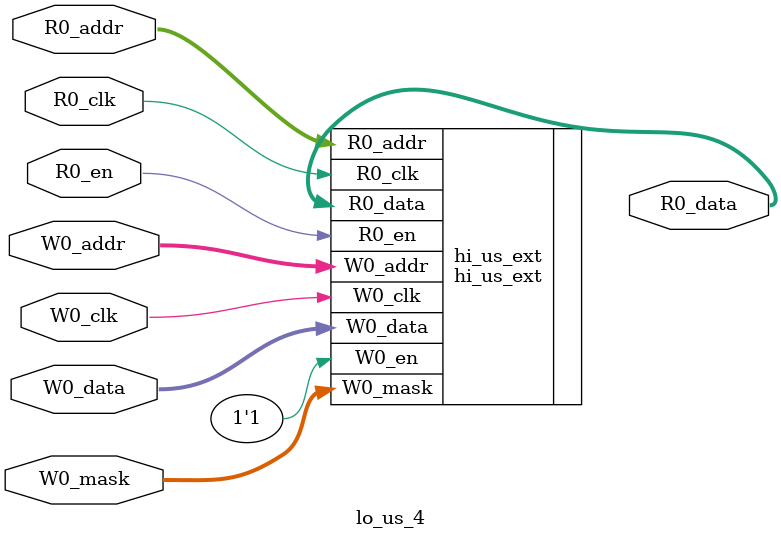
<source format=sv>
`ifndef RANDOMIZE
  `ifdef RANDOMIZE_REG_INIT
    `define RANDOMIZE
  `endif // RANDOMIZE_REG_INIT
`endif // not def RANDOMIZE
`ifndef RANDOMIZE
  `ifdef RANDOMIZE_MEM_INIT
    `define RANDOMIZE
  `endif // RANDOMIZE_MEM_INIT
`endif // not def RANDOMIZE

`ifndef RANDOM
  `define RANDOM $random
`endif // not def RANDOM

// Users can define 'PRINTF_COND' to add an extra gate to prints.
`ifndef PRINTF_COND_
  `ifdef PRINTF_COND
    `define PRINTF_COND_ (`PRINTF_COND)
  `else  // PRINTF_COND
    `define PRINTF_COND_ 1
  `endif // PRINTF_COND
`endif // not def PRINTF_COND_

// Users can define 'ASSERT_VERBOSE_COND' to add an extra gate to assert error printing.
`ifndef ASSERT_VERBOSE_COND_
  `ifdef ASSERT_VERBOSE_COND
    `define ASSERT_VERBOSE_COND_ (`ASSERT_VERBOSE_COND)
  `else  // ASSERT_VERBOSE_COND
    `define ASSERT_VERBOSE_COND_ 1
  `endif // ASSERT_VERBOSE_COND
`endif // not def ASSERT_VERBOSE_COND_

// Users can define 'STOP_COND' to add an extra gate to stop conditions.
`ifndef STOP_COND_
  `ifdef STOP_COND
    `define STOP_COND_ (`STOP_COND)
  `else  // STOP_COND
    `define STOP_COND_ 1
  `endif // STOP_COND
`endif // not def STOP_COND_

// Users can define INIT_RANDOM as general code that gets injected into the
// initializer block for modules with registers.
`ifndef INIT_RANDOM
  `define INIT_RANDOM
`endif // not def INIT_RANDOM

// If using random initialization, you can also define RANDOMIZE_DELAY to
// customize the delay used, otherwise 0.002 is used.
`ifndef RANDOMIZE_DELAY
  `define RANDOMIZE_DELAY 0.002
`endif // not def RANDOMIZE_DELAY

// Define INIT_RANDOM_PROLOG_ for use in our modules below.
`ifndef INIT_RANDOM_PROLOG_
  `ifdef RANDOMIZE
    `ifdef VERILATOR
      `define INIT_RANDOM_PROLOG_ `INIT_RANDOM
    `else  // VERILATOR
      `define INIT_RANDOM_PROLOG_ `INIT_RANDOM #`RANDOMIZE_DELAY begin end
    `endif // VERILATOR
  `else  // RANDOMIZE
    `define INIT_RANDOM_PROLOG_
  `endif // RANDOMIZE
`endif // not def INIT_RANDOM_PROLOG_

module lo_us_4(	// @[tage.scala:90:27]
  input  [6:0] R0_addr,
  input        R0_en,
               R0_clk,
  input  [6:0] W0_addr,
  input        W0_clk,
  input  [3:0] W0_data,
               W0_mask,
  output [3:0] R0_data
);

  hi_us_ext hi_us_ext (	// @[tage.scala:90:27]
    .R0_addr (R0_addr),
    .R0_en   (R0_en),
    .R0_clk  (R0_clk),
    .W0_addr (W0_addr),
    .W0_en   (1'h1),
    .W0_clk  (W0_clk),
    .W0_data (W0_data),
    .W0_mask (W0_mask),
    .R0_data (R0_data)
  );
endmodule


</source>
